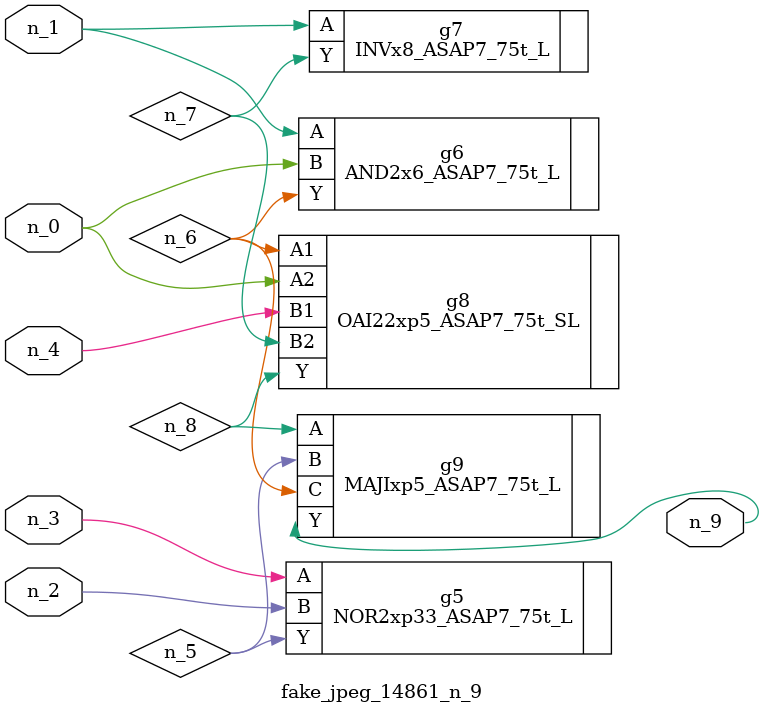
<source format=v>
module fake_jpeg_14861_n_9 (n_3, n_2, n_1, n_0, n_4, n_9);

input n_3;
input n_2;
input n_1;
input n_0;
input n_4;

output n_9;

wire n_8;
wire n_6;
wire n_5;
wire n_7;

NOR2xp33_ASAP7_75t_L g5 ( 
.A(n_3),
.B(n_2),
.Y(n_5)
);

AND2x6_ASAP7_75t_L g6 ( 
.A(n_1),
.B(n_0),
.Y(n_6)
);

INVx8_ASAP7_75t_L g7 ( 
.A(n_1),
.Y(n_7)
);

OAI22xp5_ASAP7_75t_SL g8 ( 
.A1(n_6),
.A2(n_0),
.B1(n_4),
.B2(n_7),
.Y(n_8)
);

MAJIxp5_ASAP7_75t_L g9 ( 
.A(n_8),
.B(n_5),
.C(n_6),
.Y(n_9)
);


endmodule
</source>
